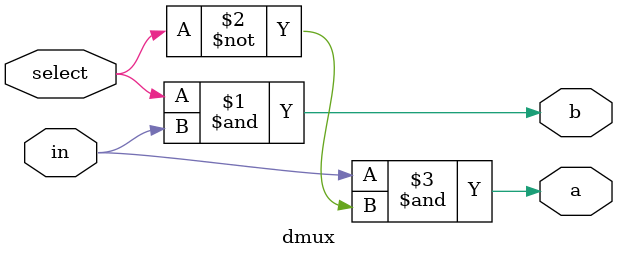
<source format=v>
module dmux(
    input  in,
    input  select,
    output a,
    output b
);
		assign b = select & in;
		assign a = in & ~select;
		

endmodule
</source>
